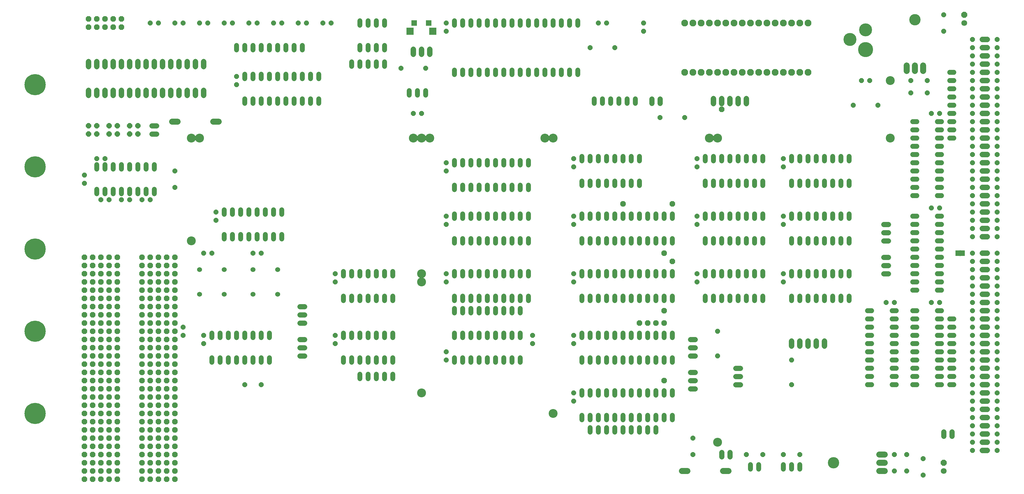
<source format=gts>
G04 EAGLE Gerber RS-274X export*
G75*
%MOMM*%
%FSLAX34Y34*%
%LPD*%
%INSoldermask Top*%
%IPPOS*%
%AMOC8*
5,1,8,0,0,1.08239X$1,22.5*%
G01*
%ADD10C,1.727200*%
%ADD11R,1.371600X1.803400*%
%ADD12R,0.152400X1.828800*%
%ADD13C,1.524000*%
%ADD14C,1.879600*%
%ADD15C,3.505200*%
%ADD16P,1.951982X8X112.500000*%
%ADD17C,1.803400*%
%ADD18P,1.649562X8X112.500000*%
%ADD19P,1.649562X8X202.500000*%
%ADD20P,1.649562X8X292.500000*%
%ADD21P,1.663309X8X202.500000*%
%ADD22C,6.553200*%
%ADD23C,2.108200*%
%ADD24C,1.625600*%
%ADD25C,2.743200*%
%ADD26C,1.524000*%
%ADD27R,1.727200X1.727200*%
%ADD28R,2.298700X2.298700*%
%ADD29P,1.649562X8X22.500000*%
%ADD30P,1.759533X8X22.500000*%
%ADD31P,1.869504X8X22.500000*%
%ADD32C,4.648200*%
%ADD33C,4.013200*%
%ADD34P,1.869504X8X202.500000*%
%ADD35P,1.869504X8X112.500000*%


D10*
X1493520Y139700D02*
X1478280Y139700D01*
X1478280Y165100D02*
X1493520Y165100D01*
X1493520Y190500D02*
X1478280Y190500D01*
X1478280Y215900D02*
X1493520Y215900D01*
X1493520Y241300D02*
X1478280Y241300D01*
X1478280Y266700D02*
X1493520Y266700D01*
X1493520Y292100D02*
X1478280Y292100D01*
X1478280Y317500D02*
X1493520Y317500D01*
X1493520Y342900D02*
X1478280Y342900D01*
X1478280Y368300D02*
X1493520Y368300D01*
X1493520Y393700D02*
X1478280Y393700D01*
X1478280Y419100D02*
X1493520Y419100D01*
X1493520Y444500D02*
X1478280Y444500D01*
X1478280Y469900D02*
X1493520Y469900D01*
X1493520Y495300D02*
X1478280Y495300D01*
X1478280Y520700D02*
X1493520Y520700D01*
X1493520Y546100D02*
X1478280Y546100D01*
X1478280Y571500D02*
X1493520Y571500D01*
X1493520Y596900D02*
X1478280Y596900D01*
X1478280Y622300D02*
X1493520Y622300D01*
X1493520Y647700D02*
X1478280Y647700D01*
X1478280Y673100D02*
X1493520Y673100D01*
X1493520Y698500D02*
X1478280Y698500D01*
X1478280Y723900D02*
X1493520Y723900D01*
X1493520Y749300D02*
X1478280Y749300D01*
D11*
X1417320Y749300D03*
X1402080Y749300D03*
D12*
X1409700Y749300D03*
D10*
X1478280Y800100D02*
X1493520Y800100D01*
X1493520Y825500D02*
X1478280Y825500D01*
X1478280Y850900D02*
X1493520Y850900D01*
X1493520Y876300D02*
X1478280Y876300D01*
X1478280Y901700D02*
X1493520Y901700D01*
X1493520Y927100D02*
X1478280Y927100D01*
X1478280Y952500D02*
X1493520Y952500D01*
X1493520Y977900D02*
X1478280Y977900D01*
X1478280Y1003300D02*
X1493520Y1003300D01*
X1493520Y1028700D02*
X1478280Y1028700D01*
X1478280Y1054100D02*
X1493520Y1054100D01*
X1493520Y1079500D02*
X1478280Y1079500D01*
X1478280Y1104900D02*
X1493520Y1104900D01*
X1493520Y1130300D02*
X1478280Y1130300D01*
X1478280Y1155700D02*
X1493520Y1155700D01*
X1493520Y1181100D02*
X1478280Y1181100D01*
X1478280Y1206500D02*
X1493520Y1206500D01*
X1493520Y1231900D02*
X1478280Y1231900D01*
X1478280Y1257300D02*
X1493520Y1257300D01*
X1493520Y1282700D02*
X1478280Y1282700D01*
X1478280Y1308100D02*
X1493520Y1308100D01*
X1493520Y1333500D02*
X1478280Y1333500D01*
X1478280Y1358900D02*
X1493520Y1358900D01*
X1493520Y1384300D02*
X1478280Y1384300D01*
X1478280Y1409700D02*
X1493520Y1409700D01*
D13*
X1276604Y1155700D02*
X1263396Y1155700D01*
X1263396Y1130300D02*
X1276604Y1130300D01*
X1276604Y1003300D02*
X1263396Y1003300D01*
X1263396Y977900D02*
X1276604Y977900D01*
X1276604Y1104900D02*
X1263396Y1104900D01*
X1263396Y1079500D02*
X1276604Y1079500D01*
X1276604Y1028700D02*
X1263396Y1028700D01*
X1263396Y1054100D02*
X1276604Y1054100D01*
X1276604Y952500D02*
X1263396Y952500D01*
X1263396Y927100D02*
X1276604Y927100D01*
X1339596Y927100D02*
X1352804Y927100D01*
X1352804Y952500D02*
X1339596Y952500D01*
X1339596Y977900D02*
X1352804Y977900D01*
X1352804Y1003300D02*
X1339596Y1003300D01*
X1339596Y1028700D02*
X1352804Y1028700D01*
X1352804Y1054100D02*
X1339596Y1054100D01*
X1339596Y1079500D02*
X1352804Y1079500D01*
X1352804Y1104900D02*
X1339596Y1104900D01*
X1339596Y1130300D02*
X1352804Y1130300D01*
X1352804Y1155700D02*
X1339596Y1155700D01*
X1276604Y863600D02*
X1263396Y863600D01*
X1263396Y838200D02*
X1276604Y838200D01*
X1276604Y711200D02*
X1263396Y711200D01*
X1263396Y685800D02*
X1276604Y685800D01*
X1276604Y812800D02*
X1263396Y812800D01*
X1263396Y787400D02*
X1276604Y787400D01*
X1276604Y736600D02*
X1263396Y736600D01*
X1263396Y762000D02*
X1276604Y762000D01*
X1276604Y660400D02*
X1263396Y660400D01*
X1263396Y635000D02*
X1276604Y635000D01*
X1339596Y635000D02*
X1352804Y635000D01*
X1352804Y660400D02*
X1339596Y660400D01*
X1339596Y685800D02*
X1352804Y685800D01*
X1352804Y711200D02*
X1339596Y711200D01*
X1339596Y736600D02*
X1352804Y736600D01*
X1352804Y762000D02*
X1339596Y762000D01*
X1339596Y787400D02*
X1352804Y787400D01*
X1352804Y812800D02*
X1339596Y812800D01*
X1339596Y838200D02*
X1352804Y838200D01*
X1352804Y863600D02*
X1339596Y863600D01*
D14*
X1244600Y1312418D02*
X1244600Y1329182D01*
X1270000Y1329182D02*
X1270000Y1312418D01*
X1295400Y1312418D02*
X1295400Y1329182D01*
D15*
X1270000Y1470660D03*
D16*
X1422400Y1485900D03*
D17*
X1422400Y1460500D03*
D18*
X1358900Y1435100D03*
X1358900Y1485900D03*
D19*
X1308100Y1244600D03*
X1257300Y1244600D03*
X1308100Y1282700D03*
X1257300Y1282700D03*
X1346200Y1181100D03*
X1320800Y1181100D03*
D20*
X431800Y1460500D03*
X431800Y1435100D03*
D19*
X1346200Y889000D03*
X1320800Y889000D03*
X1206500Y596900D03*
X1181100Y596900D03*
D10*
X990600Y477520D02*
X990600Y462280D01*
X965200Y462280D02*
X965200Y477520D01*
X939800Y477520D02*
X939800Y462280D01*
X914400Y462280D02*
X914400Y477520D01*
X889000Y477520D02*
X889000Y462280D01*
D18*
X889000Y342900D03*
X889000Y419100D03*
D21*
X1524000Y139700D03*
X1524000Y165100D03*
X1524000Y190500D03*
X1524000Y215900D03*
X1524000Y241300D03*
X1524000Y266700D03*
X1524000Y292100D03*
X1524000Y317500D03*
X1524000Y342900D03*
X1524000Y368300D03*
X1524000Y393700D03*
X1524000Y419100D03*
X1524000Y444500D03*
X1524000Y469900D03*
X1524000Y495300D03*
X1524000Y520700D03*
X1524000Y546100D03*
X1524000Y571500D03*
X1524000Y596900D03*
X1524000Y622300D03*
X1524000Y647700D03*
X1524000Y673100D03*
X1524000Y698500D03*
X1524000Y723900D03*
X1524000Y749300D03*
X1524000Y800100D03*
X1524000Y825500D03*
X1524000Y850900D03*
X1524000Y876300D03*
X1524000Y901700D03*
X1524000Y927100D03*
X1524000Y952500D03*
X1524000Y977900D03*
X1524000Y1003300D03*
X1524000Y1028700D03*
X1524000Y1054100D03*
X1524000Y1079500D03*
X1524000Y1104900D03*
X1524000Y1130300D03*
X1524000Y1155700D03*
X1524000Y1181100D03*
X1524000Y1206500D03*
X1524000Y1231900D03*
X1524000Y1257300D03*
X1524000Y1282700D03*
X1524000Y1308100D03*
X1524000Y1333500D03*
X1524000Y1358900D03*
X1524000Y1384300D03*
X1524000Y1409700D03*
X1447800Y139700D03*
X1447800Y165100D03*
X1447800Y190500D03*
X1447800Y215900D03*
X1447800Y241300D03*
X1447800Y266700D03*
X1447800Y292100D03*
X1447800Y317500D03*
X1447800Y342900D03*
X1447800Y368300D03*
X1447800Y393700D03*
X1447800Y419100D03*
X1447800Y444500D03*
X1447800Y469900D03*
X1447800Y495300D03*
X1447800Y520700D03*
X1447800Y546100D03*
X1447800Y571500D03*
X1447800Y596900D03*
X1447800Y622300D03*
X1447800Y647700D03*
X1447800Y673100D03*
X1447800Y698500D03*
X1447800Y723900D03*
X1447800Y749300D03*
X1447800Y800100D03*
X1447800Y825500D03*
X1447800Y850900D03*
X1447800Y876300D03*
X1447800Y901700D03*
X1447800Y927100D03*
X1447800Y952500D03*
X1447800Y977900D03*
X1447800Y1003300D03*
X1447800Y1028700D03*
X1447800Y1054100D03*
X1447800Y1079500D03*
X1447800Y1104900D03*
X1447800Y1130300D03*
X1447800Y1155700D03*
X1447800Y1181100D03*
X1447800Y1206500D03*
X1447800Y1231900D03*
X1447800Y1257300D03*
X1447800Y1282700D03*
X1447800Y1308100D03*
X1447800Y1333500D03*
X1447800Y1358900D03*
X1447800Y1384300D03*
X1447800Y1409700D03*
D22*
X-1447800Y1270000D03*
X-1447800Y254000D03*
X-1447800Y1016000D03*
X-1447800Y762000D03*
X-1447800Y508000D03*
D20*
X-889000Y876300D03*
X-889000Y850900D03*
D19*
X1346200Y596900D03*
X1320800Y596900D03*
D20*
X-825500Y1295400D03*
X-825500Y1270000D03*
D13*
X469900Y209804D02*
X469900Y196596D01*
X444500Y196596D02*
X444500Y209804D01*
X419100Y209804D02*
X419100Y196596D01*
X393700Y196596D02*
X393700Y209804D01*
X368300Y209804D02*
X368300Y196596D01*
X342900Y196596D02*
X342900Y209804D01*
X317500Y209804D02*
X317500Y196596D01*
X292100Y196596D02*
X292100Y209804D01*
X266700Y209804D02*
X266700Y196596D01*
X-152400Y1301496D02*
X-152400Y1314704D01*
X-127000Y1314704D02*
X-127000Y1301496D01*
X0Y1301496D02*
X0Y1314704D01*
X25400Y1314704D02*
X25400Y1301496D01*
X-101600Y1301496D02*
X-101600Y1314704D01*
X-76200Y1314704D02*
X-76200Y1301496D01*
X-25400Y1301496D02*
X-25400Y1314704D01*
X-50800Y1314704D02*
X-50800Y1301496D01*
X50800Y1301496D02*
X50800Y1314704D01*
X76200Y1314704D02*
X76200Y1301496D01*
X101600Y1301496D02*
X101600Y1314704D01*
X127000Y1314704D02*
X127000Y1301496D01*
X152400Y1301496D02*
X152400Y1314704D01*
X177800Y1314704D02*
X177800Y1301496D01*
X203200Y1301496D02*
X203200Y1314704D01*
X228600Y1314704D02*
X228600Y1301496D01*
X228600Y1453896D02*
X228600Y1467104D01*
X203200Y1467104D02*
X203200Y1453896D01*
X177800Y1453896D02*
X177800Y1467104D01*
X152400Y1467104D02*
X152400Y1453896D01*
X127000Y1453896D02*
X127000Y1467104D01*
X101600Y1467104D02*
X101600Y1453896D01*
X76200Y1453896D02*
X76200Y1467104D01*
X50800Y1467104D02*
X50800Y1453896D01*
X25400Y1453896D02*
X25400Y1467104D01*
X0Y1467104D02*
X0Y1453896D01*
X-25400Y1453896D02*
X-25400Y1467104D01*
X-50800Y1467104D02*
X-50800Y1453896D01*
X-76200Y1453896D02*
X-76200Y1467104D01*
X-101600Y1467104D02*
X-101600Y1453896D01*
X-127000Y1453896D02*
X-127000Y1467104D01*
X-152400Y1467104D02*
X-152400Y1453896D01*
D10*
X647700Y1226820D02*
X647700Y1211580D01*
X673100Y1211580D02*
X673100Y1226820D01*
X698500Y1226820D02*
X698500Y1211580D01*
X723900Y1211580D02*
X723900Y1226820D01*
X749300Y1226820D02*
X749300Y1211580D01*
D13*
X1377696Y546100D02*
X1390904Y546100D01*
X1390904Y520700D02*
X1377696Y520700D01*
X1377696Y495300D02*
X1390904Y495300D01*
X1390904Y469900D02*
X1377696Y469900D01*
X1377696Y444500D02*
X1390904Y444500D01*
X1390904Y419100D02*
X1377696Y419100D01*
X1377696Y393700D02*
X1390904Y393700D01*
X1390904Y368300D02*
X1377696Y368300D01*
X1377696Y342900D02*
X1390904Y342900D01*
D23*
X558800Y1308100D03*
X584200Y1308100D03*
X609600Y1308100D03*
X635000Y1308100D03*
X660400Y1308100D03*
X685800Y1308100D03*
X711200Y1308100D03*
X736600Y1308100D03*
X762000Y1308100D03*
X787400Y1308100D03*
X812800Y1308100D03*
X838200Y1308100D03*
X863600Y1308100D03*
X889000Y1308100D03*
X914400Y1308100D03*
X939800Y1308100D03*
X939800Y1460500D03*
X914400Y1460500D03*
X889000Y1460500D03*
X863600Y1460500D03*
X812800Y1460500D03*
X787400Y1460500D03*
X762000Y1460500D03*
X736600Y1460500D03*
X711200Y1460500D03*
X685800Y1460500D03*
X660400Y1460500D03*
X635000Y1460500D03*
X609600Y1460500D03*
X584200Y1460500D03*
X558800Y1460500D03*
X838200Y1460500D03*
D24*
X482600Y1226312D02*
X482600Y1212088D01*
X457200Y1212088D02*
X457200Y1226312D01*
D25*
X-965200Y1104900D03*
X-254000Y685800D03*
X-279400Y1104900D03*
X-965200Y787400D03*
X-939800Y1104900D03*
X-254000Y1104900D03*
X635000Y1104900D03*
X1193800Y1282700D03*
X-254000Y660400D03*
X-254000Y317500D03*
D20*
X584200Y177800D03*
X584200Y127000D03*
D19*
X-749300Y342900D03*
X-800100Y342900D03*
D20*
X-1016000Y1003300D03*
X-1016000Y952500D03*
D25*
X660400Y165100D03*
X-228600Y1104900D03*
X1193800Y1104900D03*
X660400Y1104900D03*
D13*
X241300Y616204D02*
X241300Y602996D01*
X266700Y602996D02*
X266700Y616204D01*
X292100Y616204D02*
X292100Y602996D01*
X317500Y602996D02*
X317500Y616204D01*
X342900Y616204D02*
X342900Y602996D01*
X368300Y602996D02*
X368300Y616204D01*
X393700Y616204D02*
X393700Y602996D01*
X419100Y602996D02*
X419100Y616204D01*
X444500Y616204D02*
X444500Y602996D01*
X469900Y602996D02*
X469900Y616204D01*
X495300Y616204D02*
X495300Y602996D01*
X520700Y602996D02*
X520700Y616204D01*
X520700Y679196D02*
X520700Y692404D01*
X495300Y692404D02*
X495300Y679196D01*
X469900Y679196D02*
X469900Y692404D01*
X444500Y692404D02*
X444500Y679196D01*
X419100Y679196D02*
X419100Y692404D01*
X393700Y692404D02*
X393700Y679196D01*
X368300Y679196D02*
X368300Y692404D01*
X342900Y692404D02*
X342900Y679196D01*
X317500Y679196D02*
X317500Y692404D01*
X292100Y692404D02*
X292100Y679196D01*
X266700Y679196D02*
X266700Y692404D01*
X241300Y692404D02*
X241300Y679196D01*
X-495300Y616204D02*
X-495300Y602996D01*
X-469900Y602996D02*
X-469900Y616204D01*
X-342900Y616204D02*
X-342900Y602996D01*
X-342900Y679196D02*
X-342900Y692404D01*
X-444500Y616204D02*
X-444500Y602996D01*
X-419100Y602996D02*
X-419100Y616204D01*
X-368300Y616204D02*
X-368300Y602996D01*
X-393700Y602996D02*
X-393700Y616204D01*
X-368300Y679196D02*
X-368300Y692404D01*
X-393700Y692404D02*
X-393700Y679196D01*
X-419100Y679196D02*
X-419100Y692404D01*
X-444500Y692404D02*
X-444500Y679196D01*
X-469900Y679196D02*
X-469900Y692404D01*
X-495300Y692404D02*
X-495300Y679196D01*
D26*
X-774700Y622300D03*
X-698500Y622300D03*
X-698500Y698500D03*
X-774700Y698500D03*
D13*
X241300Y780796D02*
X241300Y794004D01*
X266700Y794004D02*
X266700Y780796D01*
X292100Y780796D02*
X292100Y794004D01*
X317500Y794004D02*
X317500Y780796D01*
X342900Y780796D02*
X342900Y794004D01*
X368300Y794004D02*
X368300Y780796D01*
X393700Y780796D02*
X393700Y794004D01*
X419100Y794004D02*
X419100Y780796D01*
X444500Y780796D02*
X444500Y794004D01*
X469900Y794004D02*
X469900Y780796D01*
X495300Y780796D02*
X495300Y794004D01*
X520700Y794004D02*
X520700Y780796D01*
X520700Y856996D02*
X520700Y870204D01*
X495300Y870204D02*
X495300Y856996D01*
X469900Y856996D02*
X469900Y870204D01*
X444500Y870204D02*
X444500Y856996D01*
X419100Y856996D02*
X419100Y870204D01*
X393700Y870204D02*
X393700Y856996D01*
X368300Y856996D02*
X368300Y870204D01*
X342900Y870204D02*
X342900Y856996D01*
X317500Y856996D02*
X317500Y870204D01*
X292100Y870204D02*
X292100Y856996D01*
X266700Y856996D02*
X266700Y870204D01*
X241300Y870204D02*
X241300Y856996D01*
D27*
X-231521Y1460246D03*
X-276479Y1460246D03*
D28*
X-218948Y1435354D03*
X-289052Y1435354D03*
D10*
X-279400Y1379220D02*
X-279400Y1363980D01*
X-254000Y1363980D02*
X-254000Y1379220D01*
X-228600Y1379220D02*
X-228600Y1363980D01*
D13*
X-292100Y1251204D02*
X-292100Y1237996D01*
X-241300Y1237996D02*
X-241300Y1251204D01*
X-266700Y1251204D02*
X-266700Y1237996D01*
D19*
X-241300Y1320800D03*
X-317500Y1320800D03*
D13*
X-152400Y616204D02*
X-152400Y602996D01*
X-127000Y602996D02*
X-127000Y616204D01*
X0Y616204D02*
X0Y602996D01*
X25400Y602996D02*
X25400Y616204D01*
X-101600Y616204D02*
X-101600Y602996D01*
X-76200Y602996D02*
X-76200Y616204D01*
X-25400Y616204D02*
X-25400Y602996D01*
X-50800Y602996D02*
X-50800Y616204D01*
X50800Y616204D02*
X50800Y602996D01*
X76200Y602996D02*
X76200Y616204D01*
X76200Y679196D02*
X76200Y692404D01*
X50800Y692404D02*
X50800Y679196D01*
X25400Y679196D02*
X25400Y692404D01*
X0Y692404D02*
X0Y679196D01*
X-25400Y679196D02*
X-25400Y692404D01*
X-50800Y692404D02*
X-50800Y679196D01*
X-76200Y679196D02*
X-76200Y692404D01*
X-101600Y692404D02*
X-101600Y679196D01*
X-127000Y679196D02*
X-127000Y692404D01*
X-152400Y692404D02*
X-152400Y679196D01*
X-152400Y578104D02*
X-152400Y564896D01*
X-127000Y564896D02*
X-127000Y578104D01*
X-101600Y578104D02*
X-101600Y564896D01*
X-76200Y564896D02*
X-76200Y578104D01*
X-50800Y578104D02*
X-50800Y564896D01*
X-25400Y564896D02*
X-25400Y578104D01*
X0Y578104D02*
X0Y564896D01*
X25400Y564896D02*
X25400Y578104D01*
X50800Y578104D02*
X50800Y564896D01*
X-152400Y780796D02*
X-152400Y794004D01*
X-127000Y794004D02*
X-127000Y780796D01*
X0Y780796D02*
X0Y794004D01*
X25400Y794004D02*
X25400Y780796D01*
X-101600Y780796D02*
X-101600Y794004D01*
X-76200Y794004D02*
X-76200Y780796D01*
X-25400Y780796D02*
X-25400Y794004D01*
X-50800Y794004D02*
X-50800Y780796D01*
X50800Y780796D02*
X50800Y794004D01*
X76200Y794004D02*
X76200Y780796D01*
X76200Y856996D02*
X76200Y870204D01*
X50800Y870204D02*
X50800Y856996D01*
X25400Y856996D02*
X25400Y870204D01*
X0Y870204D02*
X0Y856996D01*
X-25400Y856996D02*
X-25400Y870204D01*
X-50800Y870204D02*
X-50800Y856996D01*
X-76200Y856996D02*
X-76200Y870204D01*
X-101600Y870204D02*
X-101600Y856996D01*
X-127000Y856996D02*
X-127000Y870204D01*
X-152400Y870204D02*
X-152400Y856996D01*
X-152400Y945896D02*
X-152400Y959104D01*
X-127000Y959104D02*
X-127000Y945896D01*
X0Y945896D02*
X0Y959104D01*
X25400Y959104D02*
X25400Y945896D01*
X-101600Y945896D02*
X-101600Y959104D01*
X-76200Y959104D02*
X-76200Y945896D01*
X-25400Y945896D02*
X-25400Y959104D01*
X-50800Y959104D02*
X-50800Y945896D01*
X50800Y945896D02*
X50800Y959104D01*
X76200Y959104D02*
X76200Y945896D01*
X76200Y1022096D02*
X76200Y1035304D01*
X50800Y1035304D02*
X50800Y1022096D01*
X25400Y1022096D02*
X25400Y1035304D01*
X0Y1035304D02*
X0Y1022096D01*
X-25400Y1022096D02*
X-25400Y1035304D01*
X-50800Y1035304D02*
X-50800Y1022096D01*
X-76200Y1022096D02*
X-76200Y1035304D01*
X-101600Y1035304D02*
X-101600Y1022096D01*
X-127000Y1022096D02*
X-127000Y1035304D01*
X-152400Y1035304D02*
X-152400Y1022096D01*
X-152400Y425704D02*
X-152400Y412496D01*
X-127000Y412496D02*
X-127000Y425704D01*
X-101600Y425704D02*
X-101600Y412496D01*
X-76200Y412496D02*
X-76200Y425704D01*
X-50800Y425704D02*
X-50800Y412496D01*
X-25400Y412496D02*
X-25400Y425704D01*
X0Y425704D02*
X0Y412496D01*
X25400Y412496D02*
X25400Y425704D01*
X50800Y425704D02*
X50800Y412496D01*
X50800Y488696D02*
X50800Y501904D01*
X25400Y501904D02*
X25400Y488696D01*
X0Y488696D02*
X0Y501904D01*
X-25400Y501904D02*
X-25400Y488696D01*
X-50800Y488696D02*
X-50800Y501904D01*
X-76200Y501904D02*
X-76200Y488696D01*
X-101600Y488696D02*
X-101600Y501904D01*
X-127000Y501904D02*
X-127000Y488696D01*
X-152400Y488696D02*
X-152400Y501904D01*
X241300Y247904D02*
X241300Y234696D01*
X266700Y234696D02*
X266700Y247904D01*
X292100Y247904D02*
X292100Y234696D01*
X317500Y234696D02*
X317500Y247904D01*
X342900Y247904D02*
X342900Y234696D01*
X368300Y234696D02*
X368300Y247904D01*
X393700Y247904D02*
X393700Y234696D01*
X419100Y234696D02*
X419100Y247904D01*
X444500Y247904D02*
X444500Y234696D01*
X469900Y234696D02*
X469900Y247904D01*
X495300Y247904D02*
X495300Y234696D01*
X520700Y234696D02*
X520700Y247904D01*
X520700Y310896D02*
X520700Y324104D01*
X495300Y324104D02*
X495300Y310896D01*
X469900Y310896D02*
X469900Y324104D01*
X444500Y324104D02*
X444500Y310896D01*
X419100Y310896D02*
X419100Y324104D01*
X393700Y324104D02*
X393700Y310896D01*
X368300Y310896D02*
X368300Y324104D01*
X342900Y324104D02*
X342900Y310896D01*
X317500Y310896D02*
X317500Y324104D01*
X292100Y324104D02*
X292100Y310896D01*
X266700Y310896D02*
X266700Y324104D01*
X241300Y324104D02*
X241300Y310896D01*
X-863600Y793496D02*
X-863600Y806704D01*
X-838200Y806704D02*
X-838200Y793496D01*
X-711200Y793496D02*
X-711200Y806704D01*
X-685800Y806704D02*
X-685800Y793496D01*
X-812800Y793496D02*
X-812800Y806704D01*
X-787400Y806704D02*
X-787400Y793496D01*
X-736600Y793496D02*
X-736600Y806704D01*
X-762000Y806704D02*
X-762000Y793496D01*
X-685800Y869696D02*
X-685800Y882904D01*
X-711200Y882904D02*
X-711200Y869696D01*
X-736600Y869696D02*
X-736600Y882904D01*
X-762000Y882904D02*
X-762000Y869696D01*
X-787400Y869696D02*
X-787400Y882904D01*
X-812800Y882904D02*
X-812800Y869696D01*
X-838200Y869696D02*
X-838200Y882904D01*
X-863600Y882904D02*
X-863600Y869696D01*
X-1257300Y933196D02*
X-1257300Y946404D01*
X-1231900Y946404D02*
X-1231900Y933196D01*
X-1104900Y933196D02*
X-1104900Y946404D01*
X-1079500Y946404D02*
X-1079500Y933196D01*
X-1206500Y933196D02*
X-1206500Y946404D01*
X-1181100Y946404D02*
X-1181100Y933196D01*
X-1130300Y933196D02*
X-1130300Y946404D01*
X-1155700Y946404D02*
X-1155700Y933196D01*
X-1079500Y1009396D02*
X-1079500Y1022604D01*
X-1104900Y1022604D02*
X-1104900Y1009396D01*
X-1130300Y1009396D02*
X-1130300Y1022604D01*
X-1155700Y1022604D02*
X-1155700Y1009396D01*
X-1181100Y1009396D02*
X-1181100Y1022604D01*
X-1206500Y1022604D02*
X-1206500Y1009396D01*
X-1231900Y1009396D02*
X-1231900Y1022604D01*
X-1257300Y1022604D02*
X-1257300Y1009396D01*
D29*
X-1244600Y914400D03*
X-1219200Y914400D03*
X-1181100Y914400D03*
X-1155700Y914400D03*
D18*
X-1295400Y965200D03*
X-1295400Y990600D03*
D19*
X-1092200Y914400D03*
X-1117600Y914400D03*
D29*
X-1257300Y1041400D03*
X-1231900Y1041400D03*
D30*
X-1282700Y1117600D03*
X-1257300Y1117600D03*
X-1282700Y1143000D03*
X-1257300Y1143000D03*
X-1219200Y1117600D03*
X-1193800Y1117600D03*
X-1219200Y1143000D03*
X-1193800Y1143000D03*
X-1155700Y1117600D03*
X-1130300Y1117600D03*
X-1155700Y1143000D03*
X-1130300Y1143000D03*
D24*
X-1086612Y1117600D02*
X-1072388Y1117600D01*
X-1072388Y1143000D02*
X-1086612Y1143000D01*
D10*
X-1282700Y1325880D02*
X-1282700Y1341120D01*
X-1257300Y1341120D02*
X-1257300Y1325880D01*
X-1231900Y1325880D02*
X-1231900Y1341120D01*
X-1206500Y1341120D02*
X-1206500Y1325880D01*
X-1181100Y1325880D02*
X-1181100Y1341120D01*
X-1155700Y1341120D02*
X-1155700Y1325880D01*
X-1130300Y1325880D02*
X-1130300Y1341120D01*
X-1104900Y1341120D02*
X-1104900Y1325880D01*
X-1079500Y1325880D02*
X-1079500Y1341120D01*
X-1054100Y1341120D02*
X-1054100Y1325880D01*
X-1028700Y1325880D02*
X-1028700Y1341120D01*
X-1003300Y1341120D02*
X-1003300Y1325880D01*
X-977900Y1325880D02*
X-977900Y1341120D01*
X-952500Y1341120D02*
X-952500Y1325880D01*
X-927100Y1325880D02*
X-927100Y1341120D01*
X-1282700Y1252220D02*
X-1282700Y1236980D01*
X-1257300Y1236980D02*
X-1257300Y1252220D01*
X-1231900Y1252220D02*
X-1231900Y1236980D01*
X-1206500Y1236980D02*
X-1206500Y1252220D01*
X-1181100Y1252220D02*
X-1181100Y1236980D01*
X-1155700Y1236980D02*
X-1155700Y1252220D01*
X-1130300Y1252220D02*
X-1130300Y1236980D01*
X-1104900Y1236980D02*
X-1104900Y1252220D01*
X-1079500Y1252220D02*
X-1079500Y1236980D01*
X-1054100Y1236980D02*
X-1054100Y1252220D01*
X-1028700Y1252220D02*
X-1028700Y1236980D01*
X-1003300Y1236980D02*
X-1003300Y1252220D01*
X-977900Y1252220D02*
X-977900Y1236980D01*
X-952500Y1236980D02*
X-952500Y1252220D01*
X-927100Y1252220D02*
X-927100Y1236980D01*
D31*
X-1282700Y1447800D03*
X-1257300Y1447800D03*
X-1231900Y1447800D03*
X-1206500Y1447800D03*
X-1181100Y1447800D03*
X-1282700Y1473200D03*
X-1257300Y1473200D03*
X-1231900Y1473200D03*
X-1206500Y1473200D03*
X-1181100Y1473200D03*
D29*
X-558800Y1460500D03*
X-533400Y1460500D03*
X-635000Y1460500D03*
X-609600Y1460500D03*
X-711200Y1460500D03*
X-685800Y1460500D03*
X-787400Y1460500D03*
X-762000Y1460500D03*
X-863600Y1460500D03*
X-838200Y1460500D03*
X-939800Y1460500D03*
X-914400Y1460500D03*
X-1016000Y1460500D03*
X-990600Y1460500D03*
X-1092200Y1460500D03*
X-1066800Y1460500D03*
D13*
X-622300Y1390904D02*
X-622300Y1377696D01*
X-647700Y1377696D02*
X-647700Y1390904D01*
X-673100Y1390904D02*
X-673100Y1377696D01*
X-698500Y1377696D02*
X-698500Y1390904D01*
X-723900Y1390904D02*
X-723900Y1377696D01*
X-749300Y1377696D02*
X-749300Y1390904D01*
X-774700Y1390904D02*
X-774700Y1377696D01*
X-800100Y1377696D02*
X-800100Y1390904D01*
X-825500Y1390904D02*
X-825500Y1377696D01*
X1263396Y571500D02*
X1276604Y571500D01*
X1276604Y546100D02*
X1263396Y546100D01*
X1263396Y419100D02*
X1276604Y419100D01*
X1276604Y393700D02*
X1263396Y393700D01*
X1263396Y520700D02*
X1276604Y520700D01*
X1276604Y495300D02*
X1263396Y495300D01*
X1263396Y444500D02*
X1276604Y444500D01*
X1276604Y469900D02*
X1263396Y469900D01*
X1263396Y368300D02*
X1276604Y368300D01*
X1276604Y342900D02*
X1263396Y342900D01*
X1339596Y342900D02*
X1352804Y342900D01*
X1352804Y368300D02*
X1339596Y368300D01*
X1339596Y393700D02*
X1352804Y393700D01*
X1352804Y419100D02*
X1339596Y419100D01*
X1339596Y444500D02*
X1352804Y444500D01*
X1352804Y469900D02*
X1339596Y469900D01*
X1339596Y495300D02*
X1352804Y495300D01*
X1352804Y520700D02*
X1339596Y520700D01*
X1339596Y546100D02*
X1352804Y546100D01*
X1352804Y571500D02*
X1339596Y571500D01*
X1136904Y571500D02*
X1123696Y571500D01*
X1123696Y546100D02*
X1136904Y546100D01*
X1136904Y419100D02*
X1123696Y419100D01*
X1123696Y393700D02*
X1136904Y393700D01*
X1136904Y520700D02*
X1123696Y520700D01*
X1123696Y495300D02*
X1136904Y495300D01*
X1136904Y444500D02*
X1123696Y444500D01*
X1123696Y469900D02*
X1136904Y469900D01*
X1136904Y368300D02*
X1123696Y368300D01*
X1123696Y342900D02*
X1136904Y342900D01*
X1199896Y342900D02*
X1213104Y342900D01*
X1213104Y368300D02*
X1199896Y368300D01*
X1199896Y393700D02*
X1213104Y393700D01*
X1213104Y419100D02*
X1199896Y419100D01*
X1199896Y444500D02*
X1213104Y444500D01*
X1213104Y469900D02*
X1199896Y469900D01*
X1199896Y495300D02*
X1213104Y495300D01*
X1213104Y520700D02*
X1199896Y520700D01*
X1199896Y546100D02*
X1213104Y546100D01*
X1213104Y571500D02*
X1199896Y571500D01*
X-495300Y425704D02*
X-495300Y412496D01*
X-469900Y412496D02*
X-469900Y425704D01*
X-342900Y425704D02*
X-342900Y412496D01*
X-342900Y488696D02*
X-342900Y501904D01*
X-444500Y425704D02*
X-444500Y412496D01*
X-419100Y412496D02*
X-419100Y425704D01*
X-368300Y425704D02*
X-368300Y412496D01*
X-393700Y412496D02*
X-393700Y425704D01*
X-368300Y488696D02*
X-368300Y501904D01*
X-393700Y501904D02*
X-393700Y488696D01*
X-419100Y488696D02*
X-419100Y501904D01*
X-444500Y501904D02*
X-444500Y488696D01*
X-469900Y488696D02*
X-469900Y501904D01*
X-495300Y501904D02*
X-495300Y488696D01*
X889000Y958596D02*
X889000Y971804D01*
X914400Y971804D02*
X914400Y958596D01*
X1041400Y958596D02*
X1041400Y971804D01*
X1066800Y971804D02*
X1066800Y958596D01*
X939800Y958596D02*
X939800Y971804D01*
X965200Y971804D02*
X965200Y958596D01*
X1016000Y958596D02*
X1016000Y971804D01*
X990600Y971804D02*
X990600Y958596D01*
X1066800Y1034796D02*
X1066800Y1048004D01*
X1041400Y1048004D02*
X1041400Y1034796D01*
X1016000Y1034796D02*
X1016000Y1048004D01*
X990600Y1048004D02*
X990600Y1034796D01*
X965200Y1034796D02*
X965200Y1048004D01*
X939800Y1048004D02*
X939800Y1034796D01*
X914400Y1034796D02*
X914400Y1048004D01*
X889000Y1048004D02*
X889000Y1034796D01*
X622300Y971804D02*
X622300Y958596D01*
X647700Y958596D02*
X647700Y971804D01*
X774700Y971804D02*
X774700Y958596D01*
X800100Y958596D02*
X800100Y971804D01*
X673100Y971804D02*
X673100Y958596D01*
X698500Y958596D02*
X698500Y971804D01*
X749300Y971804D02*
X749300Y958596D01*
X723900Y958596D02*
X723900Y971804D01*
X800100Y1034796D02*
X800100Y1048004D01*
X774700Y1048004D02*
X774700Y1034796D01*
X749300Y1034796D02*
X749300Y1048004D01*
X723900Y1048004D02*
X723900Y1034796D01*
X698500Y1034796D02*
X698500Y1048004D01*
X673100Y1048004D02*
X673100Y1034796D01*
X647700Y1034796D02*
X647700Y1048004D01*
X622300Y1048004D02*
X622300Y1034796D01*
X1377696Y1104900D02*
X1390904Y1104900D01*
X1390904Y1130300D02*
X1377696Y1130300D01*
X1377696Y1155700D02*
X1390904Y1155700D01*
X1390904Y1181100D02*
X1377696Y1181100D01*
X1377696Y1206500D02*
X1390904Y1206500D01*
X1390904Y1231900D02*
X1377696Y1231900D01*
X1377696Y1257300D02*
X1390904Y1257300D01*
X1390904Y1282700D02*
X1377696Y1282700D01*
X1377696Y1308100D02*
X1390904Y1308100D01*
D14*
X1176782Y76200D02*
X1160018Y76200D01*
X1160018Y101600D02*
X1176782Y101600D01*
X1176782Y127000D02*
X1160018Y127000D01*
D15*
X1018540Y101600D03*
D18*
X1206500Y76200D03*
X1206500Y127000D03*
X1244600Y76200D03*
X1244600Y127000D03*
X1295400Y63500D03*
X1295400Y114300D03*
D16*
X1358900Y101600D03*
D17*
X1358900Y76200D03*
D13*
X-444500Y361696D02*
X-444500Y374904D01*
X-419100Y374904D02*
X-419100Y361696D01*
X-393700Y361696D02*
X-393700Y374904D01*
X-368300Y374904D02*
X-368300Y361696D01*
X-342900Y361696D02*
X-342900Y374904D01*
X-800100Y1212596D02*
X-800100Y1225804D01*
X-774700Y1225804D02*
X-774700Y1212596D01*
X-647700Y1212596D02*
X-647700Y1225804D01*
X-622300Y1225804D02*
X-622300Y1212596D01*
X-749300Y1212596D02*
X-749300Y1225804D01*
X-723900Y1225804D02*
X-723900Y1212596D01*
X-673100Y1212596D02*
X-673100Y1225804D01*
X-698500Y1225804D02*
X-698500Y1212596D01*
X-596900Y1212596D02*
X-596900Y1225804D01*
X-571500Y1225804D02*
X-571500Y1212596D01*
X-571500Y1288796D02*
X-571500Y1302004D01*
X-596900Y1302004D02*
X-596900Y1288796D01*
X-622300Y1288796D02*
X-622300Y1302004D01*
X-647700Y1302004D02*
X-647700Y1288796D01*
X-673100Y1288796D02*
X-673100Y1302004D01*
X-698500Y1302004D02*
X-698500Y1288796D01*
X-723900Y1288796D02*
X-723900Y1302004D01*
X-749300Y1302004D02*
X-749300Y1288796D01*
X-774700Y1288796D02*
X-774700Y1302004D01*
X-800100Y1302004D02*
X-800100Y1288796D01*
D26*
X-939800Y622300D03*
X-863600Y622300D03*
X-863600Y698500D03*
X-939800Y698500D03*
D13*
X-901700Y425704D02*
X-901700Y412496D01*
X-876300Y412496D02*
X-876300Y425704D01*
X-749300Y425704D02*
X-749300Y412496D01*
X-723900Y412496D02*
X-723900Y425704D01*
X-850900Y425704D02*
X-850900Y412496D01*
X-825500Y412496D02*
X-825500Y425704D01*
X-774700Y425704D02*
X-774700Y412496D01*
X-800100Y412496D02*
X-800100Y425704D01*
X-723900Y488696D02*
X-723900Y501904D01*
X-749300Y501904D02*
X-749300Y488696D01*
X-774700Y488696D02*
X-774700Y501904D01*
X-800100Y501904D02*
X-800100Y488696D01*
X-825500Y488696D02*
X-825500Y501904D01*
X-850900Y501904D02*
X-850900Y488696D01*
X-876300Y488696D02*
X-876300Y501904D01*
X-901700Y501904D02*
X-901700Y488696D01*
D24*
X-629412Y533400D02*
X-615188Y533400D01*
X-615188Y558800D02*
X-629412Y558800D01*
X-629412Y584200D02*
X-615188Y584200D01*
X-615188Y431800D02*
X-629412Y431800D01*
X-629412Y457200D02*
X-615188Y457200D01*
X-615188Y482600D02*
X-629412Y482600D01*
D13*
X-444500Y1377696D02*
X-444500Y1390904D01*
X-419100Y1390904D02*
X-419100Y1377696D01*
X-419100Y1453896D02*
X-419100Y1467104D01*
X-444500Y1467104D02*
X-444500Y1453896D01*
X-393700Y1390904D02*
X-393700Y1377696D01*
X-368300Y1377696D02*
X-368300Y1390904D01*
X-393700Y1453896D02*
X-393700Y1467104D01*
X-368300Y1467104D02*
X-368300Y1453896D01*
X-469900Y1340104D02*
X-469900Y1326896D01*
X-444500Y1326896D02*
X-444500Y1340104D01*
X-419100Y1340104D02*
X-419100Y1326896D01*
X-393700Y1326896D02*
X-393700Y1340104D01*
X-368300Y1340104D02*
X-368300Y1326896D01*
D20*
X88900Y495300D03*
X88900Y469900D03*
X-927100Y495300D03*
X-927100Y469900D03*
X-520700Y495300D03*
X-520700Y469900D03*
X-177800Y685800D03*
X-177800Y660400D03*
X-520700Y685800D03*
X-520700Y660400D03*
X-177800Y1028700D03*
X-177800Y1003300D03*
X-177800Y863600D03*
X-177800Y838200D03*
X-177800Y444500D03*
X-177800Y419100D03*
X215900Y685800D03*
X215900Y660400D03*
X596900Y685800D03*
X596900Y660400D03*
X215900Y863600D03*
X215900Y838200D03*
X215900Y317500D03*
X215900Y292100D03*
X596900Y1041400D03*
X596900Y1016000D03*
X215900Y495300D03*
X215900Y469900D03*
D29*
X-927100Y749300D03*
X-901700Y749300D03*
X-774700Y749300D03*
X-749300Y749300D03*
X-279400Y1181100D03*
X-254000Y1181100D03*
D20*
X-177800Y1460500D03*
X-177800Y1435100D03*
D29*
X1104900Y1282700D03*
X1130300Y1282700D03*
D19*
X1155700Y1206500D03*
X1079500Y1206500D03*
D13*
X241300Y425704D02*
X241300Y412496D01*
X266700Y412496D02*
X266700Y425704D01*
X292100Y425704D02*
X292100Y412496D01*
X317500Y412496D02*
X317500Y425704D01*
X342900Y425704D02*
X342900Y412496D01*
X368300Y412496D02*
X368300Y425704D01*
X393700Y425704D02*
X393700Y412496D01*
X419100Y412496D02*
X419100Y425704D01*
X444500Y425704D02*
X444500Y412496D01*
X469900Y412496D02*
X469900Y425704D01*
X495300Y425704D02*
X495300Y412496D01*
X520700Y412496D02*
X520700Y425704D01*
X520700Y488696D02*
X520700Y501904D01*
X495300Y501904D02*
X495300Y488696D01*
X469900Y488696D02*
X469900Y501904D01*
X444500Y501904D02*
X444500Y488696D01*
X419100Y488696D02*
X419100Y501904D01*
X393700Y501904D02*
X393700Y488696D01*
X368300Y488696D02*
X368300Y501904D01*
X342900Y501904D02*
X342900Y488696D01*
X317500Y488696D02*
X317500Y501904D01*
X292100Y501904D02*
X292100Y488696D01*
X266700Y488696D02*
X266700Y501904D01*
X241300Y501904D02*
X241300Y488696D01*
D24*
X577088Y431800D02*
X591312Y431800D01*
X591312Y457200D02*
X577088Y457200D01*
X577088Y482600D02*
X591312Y482600D01*
X591312Y330200D02*
X577088Y330200D01*
X577088Y355600D02*
X591312Y355600D01*
X591312Y381000D02*
X577088Y381000D01*
D20*
X863600Y1041400D03*
X863600Y1016000D03*
D19*
X558800Y1168400D03*
X482600Y1168400D03*
D13*
X762000Y95504D02*
X762000Y82296D01*
X787400Y82296D02*
X787400Y95504D01*
X863600Y95504D02*
X863600Y82296D01*
X889000Y82296D02*
X889000Y95504D01*
X914400Y95504D02*
X914400Y82296D01*
D24*
X1384300Y183388D02*
X1384300Y197612D01*
X1358900Y197612D02*
X1358900Y183388D01*
D29*
X749300Y127000D03*
X800100Y127000D03*
D19*
X914400Y127000D03*
X863600Y127000D03*
D32*
X1117600Y1378700D03*
D33*
X1117600Y1439700D03*
X1069600Y1409700D03*
D24*
X698500Y134112D02*
X698500Y119888D01*
X673100Y119888D02*
X673100Y134112D01*
D31*
X673100Y1193800D03*
X495300Y355600D03*
X419100Y533400D03*
X444500Y533400D03*
X469900Y533400D03*
X495300Y533400D03*
D29*
X292100Y1460500D03*
X317500Y1460500D03*
D19*
X342900Y1384300D03*
X266700Y1384300D03*
D31*
X368300Y901700D03*
X495300Y749300D03*
X520700Y901700D03*
X495300Y571500D03*
X520700Y723900D03*
D14*
X-880618Y1155700D02*
X-897382Y1155700D01*
X-1007618Y1155700D02*
X-1024382Y1155700D01*
X677418Y76200D02*
X694182Y76200D01*
X567182Y76200D02*
X550418Y76200D01*
D24*
X1173988Y685800D02*
X1188212Y685800D01*
X1188212Y711200D02*
X1173988Y711200D01*
X1173988Y736600D02*
X1188212Y736600D01*
X1188212Y787400D02*
X1173988Y787400D01*
X1173988Y812800D02*
X1188212Y812800D01*
X1188212Y838200D02*
X1173988Y838200D01*
D31*
X-1270000Y660400D03*
X-1244600Y660400D03*
X-1219200Y660400D03*
X-1193800Y660400D03*
X-1270000Y711200D03*
X-1244600Y711200D03*
X-1219200Y711200D03*
X-1193800Y711200D03*
X-1270000Y685800D03*
X-1244600Y685800D03*
X-1219200Y685800D03*
X-1193800Y685800D03*
X-1270000Y736600D03*
X-1244600Y736600D03*
X-1219200Y736600D03*
X-1193800Y736600D03*
X-1117600Y635000D03*
X-1092200Y635000D03*
X-1066800Y635000D03*
X-1041400Y635000D03*
X-1117600Y685800D03*
X-1092200Y685800D03*
X-1066800Y685800D03*
X-1041400Y685800D03*
X-1117600Y660400D03*
X-1092200Y660400D03*
X-1066800Y660400D03*
X-1041400Y660400D03*
X-1117600Y711200D03*
X-1092200Y711200D03*
X-1066800Y711200D03*
X-1041400Y711200D03*
X-1117600Y584200D03*
X-1092200Y584200D03*
X-1066800Y584200D03*
X-1041400Y584200D03*
X-1117600Y609600D03*
X-1092200Y609600D03*
X-1066800Y609600D03*
X-1041400Y609600D03*
D34*
X-1193800Y609600D03*
X-1219200Y609600D03*
X-1244600Y609600D03*
X-1270000Y609600D03*
X-1193800Y635000D03*
X-1219200Y635000D03*
X-1244600Y635000D03*
X-1270000Y635000D03*
D20*
X-990600Y520700D03*
X-990600Y495300D03*
D13*
X241300Y958596D02*
X241300Y971804D01*
X266700Y971804D02*
X266700Y958596D01*
X393700Y958596D02*
X393700Y971804D01*
X419100Y971804D02*
X419100Y958596D01*
X292100Y958596D02*
X292100Y971804D01*
X317500Y971804D02*
X317500Y958596D01*
X368300Y958596D02*
X368300Y971804D01*
X342900Y971804D02*
X342900Y958596D01*
X419100Y1034796D02*
X419100Y1048004D01*
X393700Y1048004D02*
X393700Y1034796D01*
X368300Y1034796D02*
X368300Y1048004D01*
X342900Y1048004D02*
X342900Y1034796D01*
X317500Y1034796D02*
X317500Y1048004D01*
X292100Y1048004D02*
X292100Y1034796D01*
X266700Y1034796D02*
X266700Y1048004D01*
X241300Y1048004D02*
X241300Y1034796D01*
X889000Y794004D02*
X889000Y780796D01*
X914400Y780796D02*
X914400Y794004D01*
X1041400Y794004D02*
X1041400Y780796D01*
X1066800Y780796D02*
X1066800Y794004D01*
X939800Y794004D02*
X939800Y780796D01*
X965200Y780796D02*
X965200Y794004D01*
X1016000Y794004D02*
X1016000Y780796D01*
X990600Y780796D02*
X990600Y794004D01*
X1066800Y856996D02*
X1066800Y870204D01*
X1041400Y870204D02*
X1041400Y856996D01*
X1016000Y856996D02*
X1016000Y870204D01*
X990600Y870204D02*
X990600Y856996D01*
X965200Y856996D02*
X965200Y870204D01*
X939800Y870204D02*
X939800Y856996D01*
X914400Y856996D02*
X914400Y870204D01*
X889000Y870204D02*
X889000Y856996D01*
X622300Y794004D02*
X622300Y780796D01*
X647700Y780796D02*
X647700Y794004D01*
X774700Y794004D02*
X774700Y780796D01*
X800100Y780796D02*
X800100Y794004D01*
X673100Y794004D02*
X673100Y780796D01*
X698500Y780796D02*
X698500Y794004D01*
X749300Y794004D02*
X749300Y780796D01*
X723900Y780796D02*
X723900Y794004D01*
X800100Y856996D02*
X800100Y870204D01*
X774700Y870204D02*
X774700Y856996D01*
X749300Y856996D02*
X749300Y870204D01*
X723900Y870204D02*
X723900Y856996D01*
X698500Y856996D02*
X698500Y870204D01*
X673100Y870204D02*
X673100Y856996D01*
X647700Y856996D02*
X647700Y870204D01*
X622300Y870204D02*
X622300Y856996D01*
D20*
X215900Y1041400D03*
X215900Y1016000D03*
X596900Y863600D03*
X596900Y838200D03*
X863600Y863600D03*
X863600Y838200D03*
D13*
X889000Y616204D02*
X889000Y602996D01*
X914400Y602996D02*
X914400Y616204D01*
X1041400Y616204D02*
X1041400Y602996D01*
X1066800Y602996D02*
X1066800Y616204D01*
X939800Y616204D02*
X939800Y602996D01*
X965200Y602996D02*
X965200Y616204D01*
X1016000Y616204D02*
X1016000Y602996D01*
X990600Y602996D02*
X990600Y616204D01*
X1066800Y679196D02*
X1066800Y692404D01*
X1041400Y692404D02*
X1041400Y679196D01*
X1016000Y679196D02*
X1016000Y692404D01*
X990600Y692404D02*
X990600Y679196D01*
X965200Y679196D02*
X965200Y692404D01*
X939800Y692404D02*
X939800Y679196D01*
X914400Y679196D02*
X914400Y692404D01*
X889000Y692404D02*
X889000Y679196D01*
X279400Y1212596D02*
X279400Y1225804D01*
X304800Y1225804D02*
X304800Y1212596D01*
X330200Y1212596D02*
X330200Y1225804D01*
X355600Y1225804D02*
X355600Y1212596D01*
X381000Y1212596D02*
X381000Y1225804D01*
X406400Y1225804D02*
X406400Y1212596D01*
D24*
X716788Y342900D02*
X731012Y342900D01*
X731012Y368300D02*
X716788Y368300D01*
X716788Y393700D02*
X731012Y393700D01*
D20*
X660400Y508000D03*
X660400Y431800D03*
X863600Y685800D03*
X863600Y660400D03*
D25*
X127000Y1104900D03*
X152400Y1104900D03*
X152400Y254000D03*
D34*
X-1041400Y736600D03*
X-1066800Y736600D03*
X-1092200Y736600D03*
X-1117600Y736600D03*
D31*
X-1270000Y584200D03*
X-1244600Y584200D03*
X-1219200Y584200D03*
X-1193800Y584200D03*
D35*
X-1016000Y660400D03*
X-1016000Y685800D03*
X-1016000Y711200D03*
X-1016000Y736600D03*
X-1016000Y558800D03*
X-1016000Y584200D03*
X-1016000Y609600D03*
X-1016000Y635000D03*
X-1295400Y660400D03*
X-1295400Y685800D03*
X-1295400Y711200D03*
X-1295400Y736600D03*
X-1295400Y558800D03*
X-1295400Y584200D03*
X-1295400Y609600D03*
X-1295400Y635000D03*
D31*
X-1270000Y558800D03*
X-1244600Y558800D03*
X-1219200Y558800D03*
X-1193800Y558800D03*
X-1270000Y533400D03*
X-1244600Y533400D03*
X-1219200Y533400D03*
X-1193800Y533400D03*
X-1270000Y508000D03*
X-1244600Y508000D03*
X-1219200Y508000D03*
X-1193800Y508000D03*
X-1270000Y482600D03*
X-1244600Y482600D03*
X-1219200Y482600D03*
X-1193800Y482600D03*
X-1270000Y457200D03*
X-1244600Y457200D03*
X-1219200Y457200D03*
X-1193800Y457200D03*
X-1270000Y431800D03*
X-1244600Y431800D03*
X-1219200Y431800D03*
X-1193800Y431800D03*
X-1270000Y406400D03*
X-1244600Y406400D03*
X-1219200Y406400D03*
X-1193800Y406400D03*
X-1117600Y558800D03*
X-1092200Y558800D03*
X-1066800Y558800D03*
X-1041400Y558800D03*
X-1117600Y533400D03*
X-1092200Y533400D03*
X-1066800Y533400D03*
X-1041400Y533400D03*
X-1117600Y508000D03*
X-1092200Y508000D03*
X-1066800Y508000D03*
X-1041400Y508000D03*
X-1117600Y482600D03*
X-1092200Y482600D03*
X-1066800Y482600D03*
X-1041400Y482600D03*
X-1117600Y457200D03*
X-1092200Y457200D03*
X-1066800Y457200D03*
X-1041400Y457200D03*
X-1117600Y431800D03*
X-1092200Y431800D03*
X-1066800Y431800D03*
X-1041400Y431800D03*
X-1117600Y406400D03*
X-1092200Y406400D03*
X-1066800Y406400D03*
X-1041400Y406400D03*
X-1270000Y381000D03*
X-1244600Y381000D03*
X-1219200Y381000D03*
X-1193800Y381000D03*
X-1270000Y355600D03*
X-1244600Y355600D03*
X-1219200Y355600D03*
X-1193800Y355600D03*
X-1270000Y330200D03*
X-1244600Y330200D03*
X-1219200Y330200D03*
X-1193800Y330200D03*
X-1270000Y304800D03*
X-1244600Y304800D03*
X-1219200Y304800D03*
X-1193800Y304800D03*
X-1117600Y381000D03*
X-1092200Y381000D03*
X-1066800Y381000D03*
X-1041400Y381000D03*
X-1117600Y355600D03*
X-1092200Y355600D03*
X-1066800Y355600D03*
X-1041400Y355600D03*
X-1117600Y330200D03*
X-1092200Y330200D03*
X-1066800Y330200D03*
X-1041400Y330200D03*
X-1117600Y304800D03*
X-1092200Y304800D03*
X-1066800Y304800D03*
X-1041400Y304800D03*
X-1270000Y279400D03*
X-1244600Y279400D03*
X-1219200Y279400D03*
X-1193800Y279400D03*
X-1270000Y254000D03*
X-1244600Y254000D03*
X-1219200Y254000D03*
X-1193800Y254000D03*
X-1117600Y279400D03*
X-1092200Y279400D03*
X-1066800Y279400D03*
X-1041400Y279400D03*
X-1117600Y254000D03*
X-1092200Y254000D03*
X-1066800Y254000D03*
X-1041400Y254000D03*
D35*
X-1016000Y457200D03*
X-1016000Y482600D03*
X-1016000Y508000D03*
X-1016000Y533400D03*
X-1016000Y355600D03*
X-1016000Y381000D03*
X-1016000Y406400D03*
X-1016000Y431800D03*
X-1295400Y457200D03*
X-1295400Y482600D03*
X-1295400Y508000D03*
X-1295400Y533400D03*
X-1295400Y355600D03*
X-1295400Y381000D03*
X-1295400Y406400D03*
X-1295400Y431800D03*
X-1016000Y254000D03*
X-1016000Y279400D03*
X-1016000Y304800D03*
X-1016000Y330200D03*
X-1295400Y254000D03*
X-1295400Y279400D03*
X-1295400Y304800D03*
X-1295400Y330200D03*
X-1016000Y152400D03*
X-1016000Y177800D03*
X-1016000Y203200D03*
X-1016000Y228600D03*
X-1295400Y152400D03*
X-1295400Y177800D03*
X-1295400Y203200D03*
X-1295400Y228600D03*
D31*
X-1270000Y228600D03*
X-1244600Y228600D03*
X-1219200Y228600D03*
X-1193800Y228600D03*
X-1270000Y203200D03*
X-1244600Y203200D03*
X-1219200Y203200D03*
X-1193800Y203200D03*
X-1270000Y177800D03*
X-1244600Y177800D03*
X-1219200Y177800D03*
X-1193800Y177800D03*
X-1270000Y152400D03*
X-1244600Y152400D03*
X-1219200Y152400D03*
X-1193800Y152400D03*
X-1270000Y127000D03*
X-1244600Y127000D03*
X-1219200Y127000D03*
X-1193800Y127000D03*
X-1270000Y101600D03*
X-1244600Y101600D03*
X-1219200Y101600D03*
X-1193800Y101600D03*
X-1270000Y76200D03*
X-1244600Y76200D03*
X-1219200Y76200D03*
X-1193800Y76200D03*
X-1270000Y50800D03*
X-1244600Y50800D03*
X-1219200Y50800D03*
X-1193800Y50800D03*
X-1117600Y228600D03*
X-1092200Y228600D03*
X-1066800Y228600D03*
X-1041400Y228600D03*
X-1117600Y203200D03*
X-1092200Y203200D03*
X-1066800Y203200D03*
X-1041400Y203200D03*
X-1117600Y177800D03*
X-1092200Y177800D03*
X-1066800Y177800D03*
X-1041400Y177800D03*
X-1117600Y152400D03*
X-1092200Y152400D03*
X-1066800Y152400D03*
X-1041400Y152400D03*
X-1117600Y127000D03*
X-1092200Y127000D03*
X-1066800Y127000D03*
X-1041400Y127000D03*
X-1117600Y101600D03*
X-1092200Y101600D03*
X-1066800Y101600D03*
X-1041400Y101600D03*
X-1117600Y76200D03*
X-1092200Y76200D03*
X-1066800Y76200D03*
X-1041400Y76200D03*
X-1117600Y50800D03*
X-1092200Y50800D03*
X-1066800Y50800D03*
X-1041400Y50800D03*
D35*
X-1016000Y50800D03*
X-1016000Y76200D03*
X-1016000Y101600D03*
X-1016000Y127000D03*
X-1295400Y50800D03*
X-1295400Y76200D03*
X-1295400Y101600D03*
X-1295400Y127000D03*
D13*
X622300Y602996D02*
X622300Y616204D01*
X647700Y616204D02*
X647700Y602996D01*
X774700Y602996D02*
X774700Y616204D01*
X800100Y616204D02*
X800100Y602996D01*
X673100Y602996D02*
X673100Y616204D01*
X698500Y616204D02*
X698500Y602996D01*
X749300Y602996D02*
X749300Y616204D01*
X723900Y616204D02*
X723900Y602996D01*
X800100Y679196D02*
X800100Y692404D01*
X774700Y692404D02*
X774700Y679196D01*
X749300Y679196D02*
X749300Y692404D01*
X723900Y692404D02*
X723900Y679196D01*
X698500Y679196D02*
X698500Y692404D01*
X673100Y692404D02*
X673100Y679196D01*
X647700Y679196D02*
X647700Y692404D01*
X622300Y692404D02*
X622300Y679196D01*
M02*

</source>
